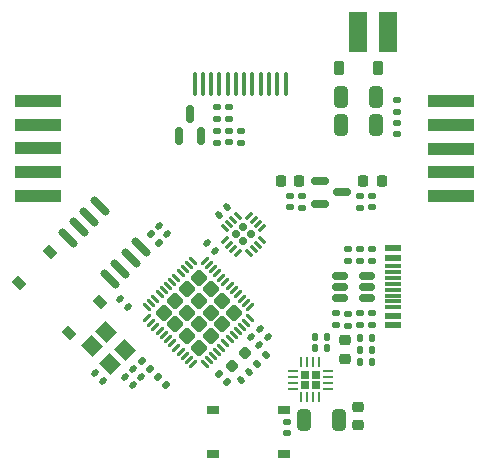
<source format=gbr>
%TF.GenerationSoftware,KiCad,Pcbnew,7.0.5-0*%
%TF.CreationDate,2023-07-12T10:20:26-04:00*%
%TF.ProjectId,stm32g431-mt6701-stspin233,73746d33-3267-4343-9331-2d6d74363730,rev?*%
%TF.SameCoordinates,Original*%
%TF.FileFunction,Paste,Top*%
%TF.FilePolarity,Positive*%
%FSLAX46Y46*%
G04 Gerber Fmt 4.6, Leading zero omitted, Abs format (unit mm)*
G04 Created by KiCad (PCBNEW 7.0.5-0) date 2023-07-12 10:20:26*
%MOMM*%
%LPD*%
G01*
G04 APERTURE LIST*
G04 Aperture macros list*
%AMRoundRect*
0 Rectangle with rounded corners*
0 $1 Rounding radius*
0 $2 $3 $4 $5 $6 $7 $8 $9 X,Y pos of 4 corners*
0 Add a 4 corners polygon primitive as box body*
4,1,4,$2,$3,$4,$5,$6,$7,$8,$9,$2,$3,0*
0 Add four circle primitives for the rounded corners*
1,1,$1+$1,$2,$3*
1,1,$1+$1,$4,$5*
1,1,$1+$1,$6,$7*
1,1,$1+$1,$8,$9*
0 Add four rect primitives between the rounded corners*
20,1,$1+$1,$2,$3,$4,$5,0*
20,1,$1+$1,$4,$5,$6,$7,0*
20,1,$1+$1,$6,$7,$8,$9,0*
20,1,$1+$1,$8,$9,$2,$3,0*%
%AMRotRect*
0 Rectangle, with rotation*
0 The origin of the aperture is its center*
0 $1 length*
0 $2 width*
0 $3 Rotation angle, in degrees counterclockwise*
0 Add horizontal line*
21,1,$1,$2,0,0,$3*%
G04 Aperture macros list end*
%ADD10RoundRect,0.140000X0.170000X-0.140000X0.170000X0.140000X-0.170000X0.140000X-0.170000X-0.140000X0*%
%ADD11RoundRect,0.218750X-0.218750X-0.256250X0.218750X-0.256250X0.218750X0.256250X-0.218750X0.256250X0*%
%ADD12RoundRect,0.150000X0.689429X-0.477297X-0.477297X0.689429X-0.689429X0.477297X0.477297X-0.689429X0*%
%ADD13RoundRect,0.135000X-0.185000X0.135000X-0.185000X-0.135000X0.185000X-0.135000X0.185000X0.135000X0*%
%ADD14RoundRect,0.135000X-0.135000X-0.185000X0.135000X-0.185000X0.135000X0.185000X-0.135000X0.185000X0*%
%ADD15RoundRect,0.140000X-0.170000X0.140000X-0.170000X-0.140000X0.170000X-0.140000X0.170000X0.140000X0*%
%ADD16RoundRect,0.135000X0.135000X0.185000X-0.135000X0.185000X-0.135000X-0.185000X0.135000X-0.185000X0*%
%ADD17RoundRect,0.135000X0.185000X-0.135000X0.185000X0.135000X-0.185000X0.135000X-0.185000X-0.135000X0*%
%ADD18RoundRect,0.150000X0.150000X-0.587500X0.150000X0.587500X-0.150000X0.587500X-0.150000X-0.587500X0*%
%ADD19RoundRect,0.135000X0.226274X0.035355X0.035355X0.226274X-0.226274X-0.035355X-0.035355X-0.226274X0*%
%ADD20RoundRect,0.225000X0.250000X-0.225000X0.250000X0.225000X-0.250000X0.225000X-0.250000X-0.225000X0*%
%ADD21R,1.500000X3.500000*%
%ADD22RoundRect,0.135000X-0.226274X-0.035355X-0.035355X-0.226274X0.226274X0.035355X0.035355X0.226274X0*%
%ADD23RoundRect,0.140000X-0.140000X-0.170000X0.140000X-0.170000X0.140000X0.170000X-0.140000X0.170000X0*%
%ADD24RoundRect,0.218750X0.256250X-0.218750X0.256250X0.218750X-0.256250X0.218750X-0.256250X-0.218750X0*%
%ADD25RoundRect,0.250000X-0.325000X-0.650000X0.325000X-0.650000X0.325000X0.650000X-0.325000X0.650000X0*%
%ADD26RoundRect,0.218750X0.218750X0.256250X-0.218750X0.256250X-0.218750X-0.256250X0.218750X-0.256250X0*%
%ADD27RoundRect,0.140000X-0.219203X-0.021213X-0.021213X-0.219203X0.219203X0.021213X0.021213X0.219203X0*%
%ADD28RoundRect,0.135000X0.035355X-0.226274X0.226274X-0.035355X-0.035355X0.226274X-0.226274X0.035355X0*%
%ADD29RoundRect,0.225000X0.225000X0.375000X-0.225000X0.375000X-0.225000X-0.375000X0.225000X-0.375000X0*%
%ADD30RotRect,1.400000X1.200000X315.000000*%
%ADD31RoundRect,0.150000X0.512500X0.150000X-0.512500X0.150000X-0.512500X-0.150000X0.512500X-0.150000X0*%
%ADD32RoundRect,0.182500X-0.182500X-0.182500X0.182500X-0.182500X0.182500X0.182500X-0.182500X0.182500X0*%
%ADD33RoundRect,0.062500X-0.325000X-0.062500X0.325000X-0.062500X0.325000X0.062500X-0.325000X0.062500X0*%
%ADD34RoundRect,0.062500X-0.062500X-0.325000X0.062500X-0.325000X0.062500X0.325000X-0.062500X0.325000X0*%
%ADD35RoundRect,0.140000X0.219203X0.021213X0.021213X0.219203X-0.219203X-0.021213X-0.021213X-0.219203X0*%
%ADD36RoundRect,0.250000X0.325000X0.650000X-0.325000X0.650000X-0.325000X-0.650000X0.325000X-0.650000X0*%
%ADD37R,1.450000X0.600000*%
%ADD38R,1.450000X0.300000*%
%ADD39RoundRect,0.140000X-0.021213X0.219203X-0.219203X0.021213X0.021213X-0.219203X0.219203X-0.021213X0*%
%ADD40RoundRect,0.218750X-0.026517X0.335876X-0.335876X0.026517X0.026517X-0.335876X0.335876X-0.026517X0*%
%ADD41RoundRect,0.150000X-0.587500X-0.150000X0.587500X-0.150000X0.587500X0.150000X-0.587500X0.150000X0*%
%ADD42R,4.000000X1.000000*%
%ADD43RoundRect,0.250000X0.000000X-0.445477X0.445477X0.000000X0.000000X0.445477X-0.445477X0.000000X0*%
%ADD44RoundRect,0.062500X-0.220971X-0.309359X0.309359X0.220971X0.220971X0.309359X-0.309359X-0.220971X0*%
%ADD45RoundRect,0.062500X0.220971X-0.309359X0.309359X-0.220971X-0.220971X0.309359X-0.309359X0.220971X0*%
%ADD46R,1.000000X0.750000*%
%ADD47RoundRect,0.172500X0.000000X-0.243952X0.243952X0.000000X0.000000X0.243952X-0.243952X0.000000X0*%
%ADD48RoundRect,0.062500X-0.203293X-0.291682X0.291682X0.203293X0.203293X0.291682X-0.291682X-0.203293X0*%
%ADD49RoundRect,0.062500X0.203293X-0.291682X0.291682X-0.203293X-0.203293X0.291682X-0.291682X0.203293X0*%
%ADD50RotRect,1.000000X0.750000X135.000000*%
%ADD51RoundRect,0.087500X-0.087500X0.912500X-0.087500X-0.912500X0.087500X-0.912500X0.087500X0.912500X0*%
G04 APERTURE END LIST*
D10*
%TO.C,C707*%
X141250000Y-56880000D03*
X141250000Y-55920000D03*
%TD*%
D11*
%TO.C,D702*%
X131412500Y-62750000D03*
X132987500Y-62750000D03*
%TD*%
D12*
%TO.C,U101*%
X116926975Y-71073026D03*
X117825000Y-70175000D03*
X118723026Y-69276974D03*
X119621052Y-68378949D03*
X116120873Y-64878770D03*
X115222848Y-65776796D03*
X114324822Y-66674822D03*
X113426796Y-67572847D03*
%TD*%
D13*
%TO.C,R206*%
X136075000Y-73965000D03*
X136075000Y-74985000D03*
%TD*%
D14*
%TO.C,R303*%
X138155000Y-76025000D03*
X139175000Y-76025000D03*
%TD*%
D15*
%TO.C,C502*%
X127050000Y-56520000D03*
X127050000Y-57480000D03*
%TD*%
D16*
%TO.C,R301*%
X135335000Y-76925000D03*
X134315000Y-76925000D03*
%TD*%
D17*
%TO.C,R702*%
X133200000Y-65010000D03*
X133200000Y-63990000D03*
%TD*%
D18*
%TO.C,Q501*%
X122800000Y-58937500D03*
X124700000Y-58937500D03*
X123750000Y-57062500D03*
%TD*%
D19*
%TO.C,R203*%
X120356837Y-78681837D03*
X119635589Y-77960589D03*
%TD*%
D20*
%TO.C,C303*%
X138000000Y-83400000D03*
X138000000Y-81850000D03*
%TD*%
D21*
%TO.C,J107*%
X137974693Y-50137500D03*
X140474693Y-50137500D03*
%TD*%
D22*
%TO.C,R401*%
X121014376Y-79339376D03*
X121735624Y-80060624D03*
%TD*%
D23*
%TO.C,C302*%
X138160000Y-78050000D03*
X139120000Y-78050000D03*
%TD*%
D10*
%TO.C,C706*%
X132175000Y-64980000D03*
X132175000Y-64020000D03*
%TD*%
D15*
%TO.C,C501*%
X127050000Y-58495000D03*
X127050000Y-59455000D03*
%TD*%
D13*
%TO.C,R601*%
X137100000Y-73975000D03*
X137100000Y-74995000D03*
%TD*%
D24*
%TO.C,D301*%
X136890000Y-77787500D03*
X136890000Y-76212500D03*
%TD*%
D25*
%TO.C,C701*%
X133375000Y-82950000D03*
X136325000Y-82950000D03*
%TD*%
D17*
%TO.C,R501*%
X128075000Y-59510000D03*
X128075000Y-58490000D03*
%TD*%
D26*
%TO.C,D701*%
X139962500Y-62750000D03*
X138387500Y-62750000D03*
%TD*%
D27*
%TO.C,C205*%
X115696178Y-78996178D03*
X116375000Y-79675000D03*
%TD*%
D28*
%TO.C,R202*%
X129439341Y-78231837D03*
X130160589Y-77510589D03*
%TD*%
D29*
%TO.C,D101*%
X139625000Y-53175000D03*
X136325000Y-53175000D03*
%TD*%
D30*
%TO.C,Y201*%
X115433543Y-76712705D03*
X116989178Y-78268340D03*
X118191259Y-77066259D03*
X116635624Y-75510624D03*
%TD*%
D31*
%TO.C,U601*%
X138700000Y-72695000D03*
X138700000Y-71745000D03*
X138700000Y-70795000D03*
X136425000Y-70795000D03*
X136425000Y-71745000D03*
X136425000Y-72695000D03*
%TD*%
D32*
%TO.C,U301*%
X133465000Y-79137500D03*
X133465000Y-80037500D03*
X134365000Y-79137500D03*
X134365000Y-80037500D03*
D33*
X132427500Y-78837500D03*
X132427500Y-79337500D03*
X132427500Y-79837500D03*
X132427500Y-80337500D03*
D34*
X133165000Y-81075000D03*
X133665000Y-81075000D03*
X134165000Y-81075000D03*
X134665000Y-81075000D03*
D33*
X135402500Y-80337500D03*
X135402500Y-79837500D03*
X135402500Y-79337500D03*
X135402500Y-78837500D03*
D34*
X134665000Y-78100000D03*
X134165000Y-78100000D03*
X133665000Y-78100000D03*
X133165000Y-78100000D03*
%TD*%
D35*
%TO.C,C202*%
X118514411Y-73389411D03*
X117835589Y-72710589D03*
%TD*%
D36*
%TO.C,C704*%
X139450000Y-58050000D03*
X136500000Y-58050000D03*
%TD*%
D17*
%TO.C,R503*%
X126025000Y-59500000D03*
X126025000Y-58480000D03*
%TD*%
D27*
%TO.C,C204*%
X129635589Y-75285589D03*
X130314411Y-75964411D03*
%TD*%
D15*
%TO.C,C705*%
X141250000Y-57825000D03*
X141250000Y-58785000D03*
%TD*%
D36*
%TO.C,C703*%
X139450000Y-55625000D03*
X136500000Y-55625000D03*
%TD*%
D17*
%TO.C,R204*%
X139125000Y-69535000D03*
X139125000Y-68515000D03*
%TD*%
D27*
%TO.C,C101*%
X121150000Y-66550000D03*
X121828822Y-67228822D03*
%TD*%
D37*
%TO.C,J601*%
X140930000Y-74950000D03*
X140930000Y-74150000D03*
D38*
X140930000Y-72950000D03*
X140930000Y-71950000D03*
X140930000Y-71450000D03*
X140930000Y-70450000D03*
D37*
X140930000Y-69250000D03*
X140930000Y-68450000D03*
X140930000Y-68450000D03*
X140930000Y-69250000D03*
D38*
X140930000Y-69950000D03*
X140930000Y-70950000D03*
X140930000Y-72450000D03*
X140930000Y-73450000D03*
D37*
X140930000Y-74150000D03*
X140930000Y-74950000D03*
%TD*%
D39*
%TO.C,C401*%
X126850000Y-64925000D03*
X126171178Y-65603822D03*
%TD*%
D40*
%TO.C,D201*%
X128417436Y-77303742D03*
X127303742Y-78417436D03*
%TD*%
D17*
%TO.C,R701*%
X138150000Y-65010000D03*
X138150000Y-63990000D03*
%TD*%
D10*
%TO.C,C702*%
X139150000Y-64980000D03*
X139150000Y-64020000D03*
%TD*%
D35*
%TO.C,C203*%
X125850000Y-68650000D03*
X125171178Y-67971178D03*
%TD*%
D41*
%TO.C,U701*%
X134742500Y-62770000D03*
X134742500Y-64670000D03*
X136617500Y-63720000D03*
%TD*%
D42*
%TO.C,J104*%
X110825000Y-64000000D03*
X110825000Y-62000000D03*
X110825000Y-60000000D03*
X110825000Y-58000000D03*
X110825000Y-56000000D03*
%TD*%
D22*
%TO.C,R201*%
X126185589Y-79085589D03*
X126906837Y-79806837D03*
%TD*%
D10*
%TO.C,C602*%
X138125000Y-69505000D03*
X138125000Y-68545000D03*
%TD*%
D13*
%TO.C,R207*%
X137100000Y-68530000D03*
X137100000Y-69550000D03*
%TD*%
D27*
%TO.C,C201*%
X128921178Y-75996178D03*
X129600000Y-76675000D03*
%TD*%
D39*
%TO.C,C207*%
X128760589Y-78885589D03*
X128081767Y-79564411D03*
%TD*%
D35*
%TO.C,C208*%
X119610624Y-79360624D03*
X118931802Y-78681802D03*
%TD*%
D43*
%TO.C,U201*%
X121510741Y-73898089D03*
X122500690Y-74888038D03*
X123490640Y-75877988D03*
X124480589Y-76867937D03*
X122500690Y-72908140D03*
X123490640Y-73898089D03*
X124480589Y-74888038D03*
X125470538Y-75877988D03*
X123490640Y-71918190D03*
X124480589Y-72908140D03*
X125470538Y-73898089D03*
X126460488Y-74888038D03*
X124480589Y-70928241D03*
X125470538Y-71918190D03*
X126460488Y-72908140D03*
X127450437Y-73898089D03*
D44*
X120105366Y-74384225D03*
X120458919Y-74737778D03*
X120812473Y-75091332D03*
X121166026Y-75444885D03*
X121519579Y-75798438D03*
X121873133Y-76151992D03*
X122226686Y-76505545D03*
X122580240Y-76859099D03*
X122933793Y-77212652D03*
X123287346Y-77566205D03*
X123640900Y-77919759D03*
X123994453Y-78273312D03*
D45*
X124966725Y-78273312D03*
X125320278Y-77919759D03*
X125673832Y-77566205D03*
X126027385Y-77212652D03*
X126380938Y-76859099D03*
X126734492Y-76505545D03*
X127088045Y-76151992D03*
X127441599Y-75798438D03*
X127795152Y-75444885D03*
X128148705Y-75091332D03*
X128502259Y-74737778D03*
X128855812Y-74384225D03*
D44*
X128855812Y-73411953D03*
X128502259Y-73058400D03*
X128148705Y-72704846D03*
X127795152Y-72351293D03*
X127441599Y-71997740D03*
X127088045Y-71644186D03*
X126734492Y-71290633D03*
X126380938Y-70937079D03*
X126027385Y-70583526D03*
X125673832Y-70229973D03*
X125320278Y-69876419D03*
X124966725Y-69522866D03*
D45*
X123994453Y-69522866D03*
X123640900Y-69876419D03*
X123287346Y-70229973D03*
X122933793Y-70583526D03*
X122580240Y-70937079D03*
X122226686Y-71290633D03*
X121873133Y-71644186D03*
X121519579Y-71997740D03*
X121166026Y-72351293D03*
X120812473Y-72704846D03*
X120458919Y-73058400D03*
X120105366Y-73411953D03*
%TD*%
D10*
%TO.C,C304*%
X131950000Y-84105000D03*
X131950000Y-83145000D03*
%TD*%
D22*
%TO.C,R101*%
X120414376Y-67264376D03*
X121135624Y-67985624D03*
%TD*%
D46*
%TO.C,SW201*%
X125700000Y-82150000D03*
X131700000Y-82150000D03*
X125700000Y-85900000D03*
X131700000Y-85900000D03*
%TD*%
D14*
%TO.C,R302*%
X138155000Y-77050000D03*
X139175000Y-77050000D03*
%TD*%
D23*
%TO.C,C301*%
X134345000Y-75925000D03*
X135305000Y-75925000D03*
%TD*%
D17*
%TO.C,R205*%
X139125000Y-74985000D03*
X139125000Y-73965000D03*
%TD*%
D47*
%TO.C,U401*%
X127661459Y-67275000D03*
X128262500Y-67876041D03*
X128262500Y-66673959D03*
X128863541Y-67275000D03*
D48*
X126698026Y-67778814D03*
X127051580Y-68132367D03*
X127405133Y-68485920D03*
X127758686Y-68839474D03*
D49*
X128766314Y-68839474D03*
X129119867Y-68485920D03*
X129473420Y-68132367D03*
X129826974Y-67778814D03*
D48*
X129826974Y-66771186D03*
X129473420Y-66417633D03*
X129119867Y-66064080D03*
X128766314Y-65710526D03*
D49*
X127758686Y-65710526D03*
X127405133Y-66064080D03*
X127051580Y-66417633D03*
X126698026Y-66771186D03*
%TD*%
D15*
%TO.C,C601*%
X138100000Y-73970000D03*
X138100000Y-74930000D03*
%TD*%
D50*
%TO.C,SW202*%
X113495495Y-75647146D03*
X109252854Y-71404505D03*
X116147146Y-72995495D03*
X111904505Y-68752854D03*
%TD*%
D17*
%TO.C,R502*%
X126025000Y-57510000D03*
X126025000Y-56490000D03*
%TD*%
D27*
%TO.C,C206*%
X118231802Y-79381802D03*
X118910624Y-80060624D03*
%TD*%
D42*
%TO.C,J103*%
X145816800Y-64002800D03*
X145816800Y-62002800D03*
X145816800Y-60002800D03*
X145816800Y-58002800D03*
X145816800Y-56002800D03*
%TD*%
D51*
%TO.C,U501*%
X124125000Y-54537500D03*
X124825000Y-54537500D03*
X125525000Y-54537500D03*
X126225000Y-54537500D03*
X126925000Y-54537500D03*
X127625000Y-54537500D03*
X128325000Y-54537500D03*
X129025000Y-54537500D03*
X129725000Y-54537500D03*
X130425000Y-54537500D03*
X131125000Y-54537500D03*
X131825000Y-54537500D03*
%TD*%
M02*

</source>
